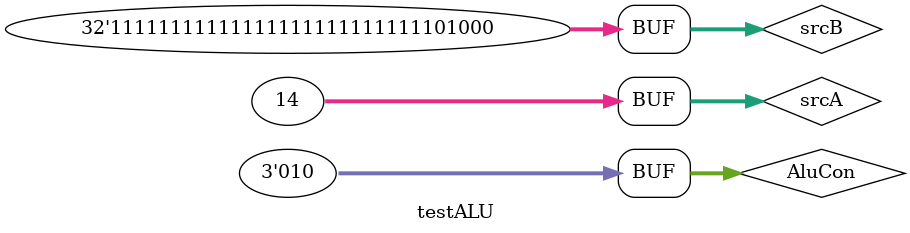
<source format=v>
`timescale 1ns / 1ps


module testALU;

	// Inputs
	reg [31:0] srcA;
	reg [31:0] srcB;
	reg [2:0] AluCon;

	// Outputs
	wire Zero;
	wire [31:0] ALUres;

	// Instantiate the Unit Under Test (UUT)
	ALU uut (
		.srcA(srcA), 
		.srcB(srcB), 
		.AluCon(AluCon), 
		.Zero(Zero), 
		.ALUres(ALUres)
	);

	initial begin
		// Initialize Inputs
		srcA = 14;
		srcB = -24;
		AluCon = 2;

		// Wait 100 ns for global reset to finish
		#10;
        
		// Add stimulus here

	end
      
endmodule


</source>
